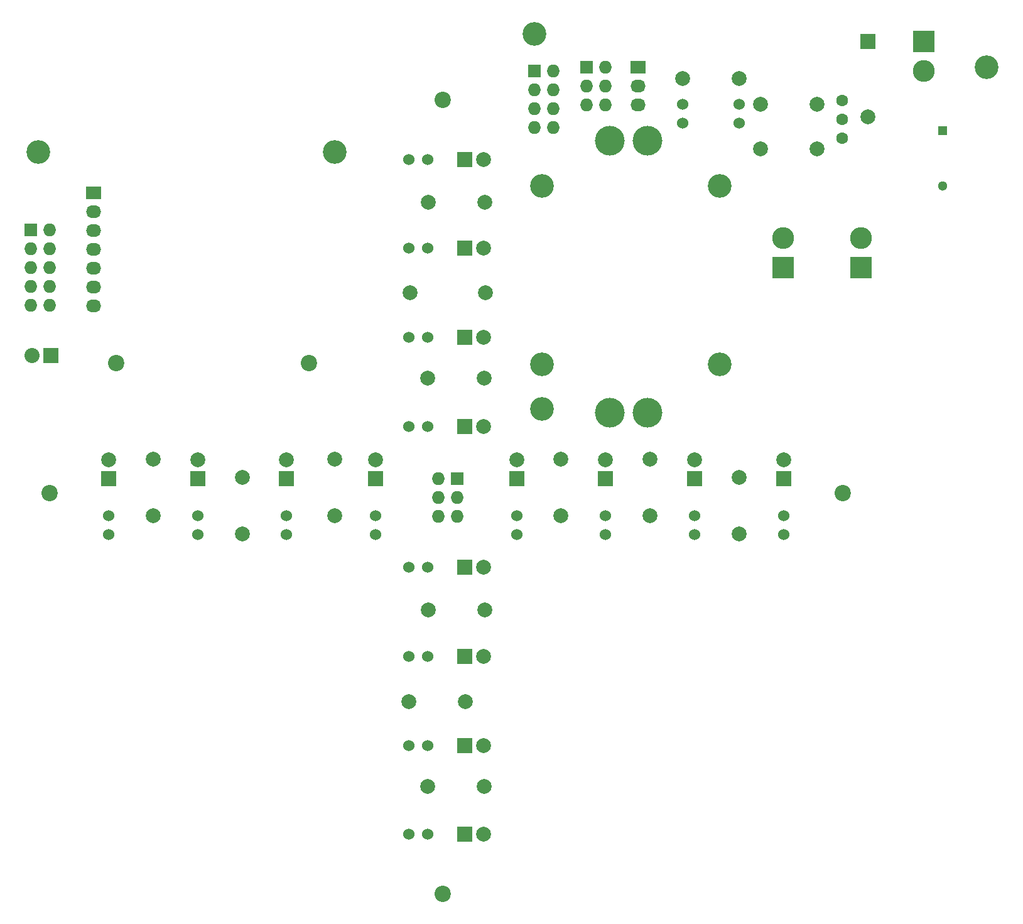
<source format=gts>
G04 #@! TF.FileFunction,Soldermask,Top*
%FSLAX46Y46*%
G04 Gerber Fmt 4.6, Leading zero omitted, Abs format (unit mm)*
G04 Created by KiCad (PCBNEW 4.0.1-stable) date 2016/11/09 23:27:56*
%MOMM*%
G01*
G04 APERTURE LIST*
%ADD10C,0.100000*%
%ADD11C,2.200000*%
%ADD12R,2.000000X2.000000*%
%ADD13C,2.000000*%
%ADD14R,1.727200X1.727200*%
%ADD15O,1.727200X1.727200*%
%ADD16C,1.524000*%
%ADD17C,1.998980*%
%ADD18C,3.200000*%
%ADD19C,4.000000*%
%ADD20R,1.300000X1.300000*%
%ADD21C,1.300000*%
%ADD22R,1.998980X1.998980*%
%ADD23R,2.032000X1.727200*%
%ADD24O,2.032000X1.727200*%
%ADD25R,2.950000X2.950000*%
%ADD26C,2.950000*%
%ADD27C,1.600000*%
%ADD28R,2.032000X2.032000*%
%ADD29O,2.032000X2.032000*%
G04 APERTURE END LIST*
D10*
D11*
X165000000Y-195000000D03*
X219000000Y-141000000D03*
X165000000Y-88000000D03*
D12*
X168000000Y-96000000D03*
D13*
X170540000Y-96000000D03*
D12*
X168000000Y-108000000D03*
D13*
X170540000Y-108000000D03*
D12*
X168000000Y-120000000D03*
D13*
X170540000Y-120000000D03*
D12*
X168000000Y-132000000D03*
D13*
X170540000Y-132000000D03*
D12*
X120000000Y-139000000D03*
D13*
X120000000Y-136460000D03*
D12*
X132000000Y-139000000D03*
D13*
X132000000Y-136460000D03*
D12*
X144000000Y-139000000D03*
D13*
X144000000Y-136460000D03*
D12*
X156000000Y-139000000D03*
D13*
X156000000Y-136460000D03*
D12*
X175000000Y-139000000D03*
D13*
X175000000Y-136460000D03*
D12*
X187000000Y-139000000D03*
D13*
X187000000Y-136460000D03*
D12*
X199000000Y-139000000D03*
D13*
X199000000Y-136460000D03*
D12*
X211000000Y-139000000D03*
D13*
X211000000Y-136460000D03*
D12*
X168000000Y-151000000D03*
D13*
X170540000Y-151000000D03*
D12*
X168000000Y-163000000D03*
D13*
X170540000Y-163000000D03*
D12*
X168000000Y-175000000D03*
D13*
X170540000Y-175000000D03*
D12*
X168000000Y-187000000D03*
D13*
X170540000Y-187000000D03*
D14*
X167000000Y-139000000D03*
D15*
X164460000Y-139000000D03*
X167000000Y-141540000D03*
X164460000Y-141540000D03*
X167000000Y-144080000D03*
X164460000Y-144080000D03*
D16*
X160460000Y-96000000D03*
X163000000Y-96000000D03*
X160460000Y-108000000D03*
X163000000Y-108000000D03*
X160460000Y-120000000D03*
X163000000Y-120000000D03*
X160460000Y-132000000D03*
X163000000Y-132000000D03*
X120000000Y-146540000D03*
X120000000Y-144000000D03*
X132000000Y-146540000D03*
X132000000Y-144000000D03*
X144000000Y-146540000D03*
X144000000Y-144000000D03*
X156000000Y-146540000D03*
X156000000Y-144000000D03*
X175000000Y-146540000D03*
X175000000Y-144000000D03*
X187000000Y-146540000D03*
X187000000Y-144000000D03*
X199000000Y-146540000D03*
X199000000Y-144000000D03*
X211000000Y-146540000D03*
X211000000Y-144000000D03*
X160460000Y-151000000D03*
X163000000Y-151000000D03*
X160460000Y-163000000D03*
X163000000Y-163000000D03*
X160460000Y-175000000D03*
X163000000Y-175000000D03*
X160460000Y-187000000D03*
X163000000Y-187000000D03*
D17*
X160600000Y-114000000D03*
X170760000Y-114000000D03*
X163100000Y-101800000D03*
X170720000Y-101800000D03*
X163000000Y-125500000D03*
X170620000Y-125500000D03*
X138000000Y-146500000D03*
X138000000Y-138880000D03*
X126000000Y-144000000D03*
X126000000Y-136380000D03*
X150500000Y-144000000D03*
X150500000Y-136380000D03*
X205000000Y-146500000D03*
X205000000Y-138880000D03*
X181000000Y-144000000D03*
X181000000Y-136380000D03*
X193000000Y-144000000D03*
X193000000Y-136380000D03*
X160500000Y-169100000D03*
X168120000Y-169100000D03*
X163100000Y-156700000D03*
X170720000Y-156700000D03*
X163000000Y-180500000D03*
X170620000Y-180500000D03*
D18*
X177400000Y-79100000D03*
X178400000Y-129600000D03*
X238400000Y-83600000D03*
X178400000Y-123600000D03*
X202400000Y-123600000D03*
X202400000Y-99600000D03*
D19*
X192670000Y-93520000D03*
X187590000Y-93520000D03*
X192670000Y-130110000D03*
X187590000Y-130110000D03*
D20*
X232400000Y-92100000D03*
D21*
X232400000Y-99600000D03*
D17*
X222402540Y-90260000D03*
D22*
X222402540Y-80100000D03*
D14*
X177400000Y-84100000D03*
D15*
X179940000Y-84100000D03*
X177400000Y-86640000D03*
X179940000Y-86640000D03*
X177400000Y-89180000D03*
X179940000Y-89180000D03*
X177400000Y-91720000D03*
X179940000Y-91720000D03*
D14*
X184400000Y-83600000D03*
D15*
X186940000Y-83600000D03*
X184400000Y-86140000D03*
X186940000Y-86140000D03*
X184400000Y-88680000D03*
X186940000Y-88680000D03*
D23*
X191400000Y-83600000D03*
D24*
X191400000Y-86140000D03*
X191400000Y-88680000D03*
D25*
X229900000Y-80120000D03*
D26*
X229900000Y-84080000D03*
D25*
X210900000Y-110580000D03*
D26*
X210900000Y-106620000D03*
D25*
X221400000Y-110580000D03*
D26*
X221400000Y-106620000D03*
D27*
X218900000Y-93140000D03*
X218900000Y-88060000D03*
X218900000Y-90600000D03*
D17*
X197400000Y-85100000D03*
X205020000Y-85100000D03*
X207900000Y-88600000D03*
X215520000Y-88600000D03*
X207900000Y-94600000D03*
X215520000Y-94600000D03*
D16*
X197360000Y-88600000D03*
X197360000Y-91140000D03*
X204980000Y-88600000D03*
X204980000Y-91140000D03*
D18*
X178400000Y-99600000D03*
X150500000Y-95000000D03*
D11*
X121000000Y-123500000D03*
D14*
X109500000Y-105500000D03*
D15*
X112040000Y-105500000D03*
X109500000Y-108040000D03*
X112040000Y-108040000D03*
X109500000Y-110580000D03*
X112040000Y-110580000D03*
X109500000Y-113120000D03*
X112040000Y-113120000D03*
X109500000Y-115660000D03*
X112040000Y-115660000D03*
D28*
X112200000Y-122400000D03*
D29*
X109660000Y-122400000D03*
D23*
X118000000Y-100500000D03*
D24*
X118000000Y-103040000D03*
X118000000Y-105580000D03*
X118000000Y-108120000D03*
X118000000Y-110660000D03*
X118000000Y-113200000D03*
X118000000Y-115740000D03*
D11*
X147000000Y-123500000D03*
D18*
X110500000Y-95000000D03*
D11*
X112000000Y-141000000D03*
M02*

</source>
